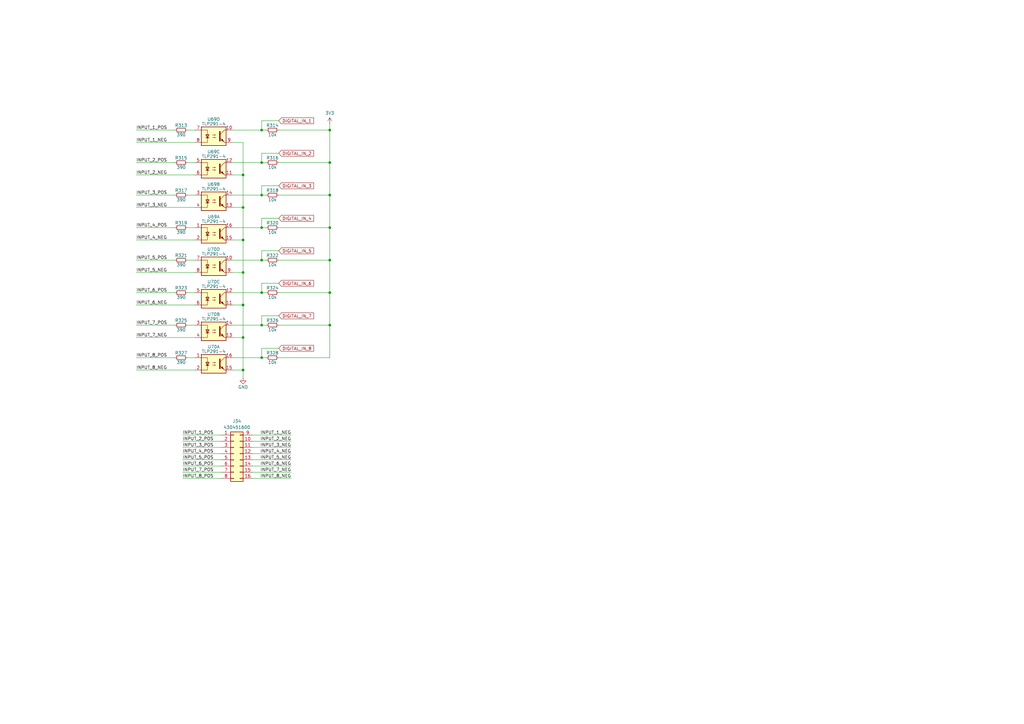
<source format=kicad_sch>
(kicad_sch (version 20231120) (generator "eeschema") (generator_version "8.0")
  (paper "A3")
  (lib_symbols
    (symbol "Connector_Generic:Conn_02x08_Odd_Even" (pin_names (offset 1.016) hide)
      (property "Reference" "J28" (at 1.27 13.335 0))
      (property "Value" "430451600" (at 1.27 10.795 0))
      (symbol "Conn_02x08_Odd_Even_1_1"
        (rectangle (start -1.27 -10.033) (end 0 -10.287) (stroke (width 0.1524)))
        (rectangle (start -1.27 -7.493) (end 0 -7.747) (stroke (width 0.1524)))
        (rectangle (start -1.27 -4.953) (end 0 -5.207) (stroke (width 0.1524)))
        (rectangle (start -1.27 -2.413) (end 0 -2.667) (stroke (width 0.1524)))
        (rectangle (start -1.27 0.127) (end 0 -0.127) (stroke (width 0.1524)))
        (rectangle (start -1.27 2.667) (end 0 2.413) (stroke (width 0.1524)))
        (rectangle (start -1.27 5.207) (end 0 4.953) (stroke (width 0.1524)))
        (rectangle (start -1.27 7.747) (end 0 7.493) (stroke (width 0.1524)))
        (rectangle (start -1.27 8.89) (end 3.81 -11.43) (stroke (width 0.254)) (fill (type background)))
        (rectangle (start 3.81 -10.033) (end 2.54 -10.287) (stroke (width 0.1524)))
        (rectangle (start 3.81 -7.493) (end 2.54 -7.747) (stroke (width 0.1524)))
        (rectangle (start 3.81 -4.953) (end 2.54 -5.207) (stroke (width 0.1524)))
        (rectangle (start 3.81 -2.413) (end 2.54 -2.667) (stroke (width 0.1524)))
        (rectangle (start 3.81 0.127) (end 2.54 -0.127) (stroke (width 0.1524)))
        (rectangle (start 3.81 2.667) (end 2.54 2.413) (stroke (width 0.1524)))
        (rectangle (start 3.81 5.207) (end 2.54 4.953) (stroke (width 0.1524)))
        (rectangle (start 3.81 7.747) (end 2.54 7.493) (stroke (width 0.1524)))
        (pin passive line (at -5.08 7.62 0) (length 3.81) (name "Pin_1") (number "1"))
        (pin passive line (at 7.62 5.08 180) (length 3.81) (name "Pin_10") (number "10"))
        (pin passive line (at 7.62 2.54 180) (length 3.81) (name "Pin_11") (number "11"))
        (pin passive line (at 7.62 0 180) (length 3.81) (name "Pin_12") (number "12"))
        (pin passive line (at 7.62 -2.54 180) (length 3.81) (name "Pin_13") (number "13"))
        (pin passive line (at 7.62 -5.08 180) (length 3.81) (name "Pin_14") (number "14"))
        (pin passive line (at 7.62 -7.62 180) (length 3.81) (name "Pin_15") (number "15"))
        (pin passive line (at 7.62 -10.16 180) (length 3.81) (name "Pin_16") (number "16"))
        (pin passive line (at -5.08 5.08 0) (length 3.81) (name "Pin_2") (number "2"))
        (pin passive line (at -5.08 2.54 0) (length 3.81) (name "Pin_3") (number "3"))
        (pin passive line (at -5.08 0 0) (length 3.81) (name "Pin_4") (number "4"))
        (pin passive line (at -5.08 -2.54 0) (length 3.81) (name "Pin_5") (number "5"))
        (pin passive line (at -5.08 -5.08 0) (length 3.81) (name "Pin_6") (number "6"))
        (pin passive line (at -5.08 -7.62 0) (length 3.81) (name "Pin_7") (number "7"))
        (pin passive line (at -5.08 -10.16 0) (length 3.81) (name "Pin_8") (number "8"))
        (pin passive line (at 7.62 7.62 180) (length 3.81) (name "Pin_9") (number "9"))
      )
    )
    (symbol "Device:R_Small" (pin_numbers hide) (pin_names (offset 0.254) hide)
      (property "Reference" "R" (at 0.762 0.508 0))
      (property "Value" "R_Small" (at 0.762 -1.016 0))
      (symbol "R_Small_0_1"
        (rectangle (start -0.762 1.778) (end 0.762 -1.778) (stroke (width 0.2032)))
      )
      (symbol "R_Small_1_1"
        (pin passive line (at 0 2.54 270) (length 0.762) (name "~") (number "1"))
        (pin passive line (at 0 -2.54 90) (length 0.762) (name "~") (number "2"))
      )
    )
    (symbol "Isolator:TLP291-4"
      (property "Reference" "U" (at -5.08 5.08 0))
      (property "Value" "TLP291-4" (at 0 5.08 0))
      (symbol "TLP291-4_0_1"
        (rectangle (start -5.08 3.81) (end 5.08 -3.81) (stroke (width 0.254)) (fill (type background)))
        (polyline (pts (xy -3.175 -0.635) (xy -1.905 -0.635)) (stroke (width 0.254)))
        (polyline (pts (xy 2.54 0.635) (xy 4.445 2.54)))
        (polyline (pts (xy 4.445 -2.54) (xy 2.54 -0.635)) (fill (type outline)))
        (polyline (pts (xy 4.445 -2.54) (xy 5.08 -2.54)))
        (polyline (pts (xy 4.445 2.54) (xy 5.08 2.54)))
        (polyline (pts (xy -5.08 2.54) (xy -2.54 2.54) (xy -2.54 0.635)))
        (polyline (pts (xy -2.54 0.635) (xy -2.54 -2.54) (xy -5.08 -2.54)))
        (polyline (pts (xy 2.54 1.905) (xy 2.54 -1.905) (xy 2.54 -1.905)) (stroke (width 0.508)))
        (polyline (pts (xy -2.54 -0.635) (xy -3.175 0.635) (xy -1.905 0.635) (xy -2.54 -0.635)) (stroke (width 0.254)))
        (polyline (pts (xy -0.508 -0.508) (xy 0.762 -0.508) (xy 0.381 -0.635) (xy 0.381 -0.381) (xy 0.762 -0.508)))
        (polyline (pts (xy -0.508 0.508) (xy 0.762 0.508) (xy 0.381 0.381) (xy 0.381 0.635) (xy 0.762 0.508)))
        (polyline (pts (xy 3.048 -1.651) (xy 3.556 -1.143) (xy 4.064 -2.159) (xy 3.048 -1.651) (xy 3.048 -1.651)) (fill (type outline)))
      )
      (symbol "TLP291-4_1_1"
        (pin passive line (at -7.62 2.54 0) (length 2.54) (name "~") (number "1"))
        (pin passive line (at 7.62 -2.54 180) (length 2.54) (name "~") (number "15"))
        (pin passive line (at 7.62 2.54 180) (length 2.54) (name "~") (number "16"))
        (pin passive line (at -7.62 -2.54 0) (length 2.54) (name "~") (number "2"))
      )
      (symbol "TLP291-4_2_1"
        (pin passive line (at 7.62 -2.54 180) (length 2.54) (name "~") (number "13"))
        (pin passive line (at 7.62 2.54 180) (length 2.54) (name "~") (number "14"))
        (pin passive line (at -7.62 2.54 0) (length 2.54) (name "~") (number "3"))
        (pin passive line (at -7.62 -2.54 0) (length 2.54) (name "~") (number "4"))
      )
      (symbol "TLP291-4_3_1"
        (pin passive line (at 7.62 -2.54 180) (length 2.54) (name "~") (number "11"))
        (pin passive line (at 7.62 2.54 180) (length 2.54) (name "~") (number "12"))
        (pin passive line (at -7.62 2.54 0) (length 2.54) (name "~") (number "5"))
        (pin passive line (at -7.62 -2.54 0) (length 2.54) (name "~") (number "6"))
      )
      (symbol "TLP291-4_4_1"
        (pin passive line (at 7.62 2.54 180) (length 2.54) (name "~") (number "10"))
        (pin passive line (at -7.62 2.54 0) (length 2.54) (name "~") (number "7"))
        (pin passive line (at -7.62 -2.54 0) (length 2.54) (name "~") (number "8"))
        (pin passive line (at 7.62 -2.54 180) (length 2.54) (name "~") (number "9"))
      )
    )
    (symbol "power:+5V" (power) (pin_numbers hide) (pin_names (offset 0) hide)
      (property "Value" "+5V" (at 0 3.556 0))
      (symbol "+5V_0_1"
        (polyline (pts (xy -0.762 1.27) (xy 0 2.54)))
        (polyline (pts (xy 0 0) (xy 0 2.54)))
        (polyline (pts (xy 0 2.54) (xy 0.762 1.27)))
      )
      (symbol "+5V_1_1"
        (pin power_in line (at 0 0 90) (length 0) (name "~") (number "1"))
      )
    )
    (symbol "power:GND" (power) (pin_names (offset 0))
      (property "Value" "GND" (at 0 -3.81 0))
      (symbol "GND_0_1"
        (polyline (pts (xy 0 0) (xy 0 -1.27) (xy 1.27 -1.27) (xy 0 -2.54) (xy -1.27 -1.27) (xy 0 -1.27)))
      )
      (symbol "GND_1_1"
        (pin power_in line (at 0 0 270) (length 0) hide (name "GND") (number "1"))
      )
    )
  )
  (junction (at 107.315 93.345))
  (junction (at 107.315 120.015))
  (junction (at 99.695 125.095))
  (junction (at 107.315 133.35))
  (junction (at 135.255 53.34))
  (junction (at 107.315 146.685))
  (junction (at 99.695 111.76))
  (junction (at 135.255 93.345))
  (junction (at 135.255 106.68))
  (junction (at 99.695 151.765))
  (junction (at 99.695 85.09))
  (junction (at 135.255 133.35))
  (junction (at 107.315 80.01))
  (junction (at 107.315 66.675))
  (junction (at 99.695 98.425))
  (junction (at 107.315 106.68))
  (junction (at 135.255 66.675))
  (junction (at 99.695 71.755))
  (junction (at 135.255 120.015))
  (junction (at 99.695 138.43))
  (junction (at 135.255 80.01))
  (junction (at 107.315 53.34))
  (wire (pts (xy 74.93 196.215) (xy 90.805 196.215)))
  (wire (pts (xy 55.88 53.34) (xy 71.755 53.34)))
  (wire (pts (xy 114.3 146.685) (xy 135.255 146.685)))
  (wire (pts (xy 74.93 183.515) (xy 90.805 183.515)))
  (wire (pts (xy 76.835 53.34) (xy 80.01 53.34)))
  (wire (pts (xy 114.3 80.01) (xy 135.255 80.01)))
  (wire (pts (xy 55.88 71.755) (xy 80.01 71.755)))
  (wire (pts (xy 107.315 93.345) (xy 107.315 89.535)))
  (wire (pts (xy 74.93 191.135) (xy 90.805 191.135)))
  (wire (pts (xy 107.315 120.015) (xy 107.315 116.205)))
  (wire (pts (xy 103.505 178.435) (xy 119.38 178.435)))
  (wire (pts (xy 95.25 93.345) (xy 107.315 93.345)))
  (wire (pts (xy 135.255 50.8) (xy 135.255 53.34)))
  (wire (pts (xy 99.695 71.755) (xy 99.695 85.09)))
  (wire (pts (xy 103.505 193.675) (xy 119.38 193.675)))
  (wire (pts (xy 135.255 133.35) (xy 135.255 146.685)))
  (wire (pts (xy 74.93 188.595) (xy 90.805 188.595)))
  (wire (pts (xy 103.505 186.055) (xy 119.38 186.055)))
  (wire (pts (xy 107.315 89.535) (xy 114.3 89.535)))
  (wire (pts (xy 114.3 106.68) (xy 135.255 106.68)))
  (wire (pts (xy 95.25 98.425) (xy 99.695 98.425)))
  (wire (pts (xy 95.25 71.755) (xy 99.695 71.755)))
  (wire (pts (xy 103.505 196.215) (xy 119.38 196.215)))
  (wire (pts (xy 76.835 80.01) (xy 80.01 80.01)))
  (wire (pts (xy 55.88 138.43) (xy 80.01 138.43)))
  (wire (pts (xy 95.25 53.34) (xy 107.315 53.34)))
  (wire (pts (xy 103.505 191.135) (xy 119.38 191.135)))
  (wire (pts (xy 114.3 53.34) (xy 135.255 53.34)))
  (wire (pts (xy 95.25 146.685) (xy 107.315 146.685)))
  (wire (pts (xy 107.315 116.205) (xy 114.3 116.205)))
  (wire (pts (xy 76.835 106.68) (xy 80.01 106.68)))
  (wire (pts (xy 114.3 120.015) (xy 135.255 120.015)))
  (wire (pts (xy 55.88 93.345) (xy 71.755 93.345)))
  (wire (pts (xy 107.315 106.68) (xy 107.315 102.87)))
  (wire (pts (xy 95.25 58.42) (xy 99.695 58.42)))
  (wire (pts (xy 107.315 142.875) (xy 114.3 142.875)))
  (wire (pts (xy 107.315 120.015) (xy 109.22 120.015)))
  (wire (pts (xy 55.88 80.01) (xy 71.755 80.01)))
  (wire (pts (xy 99.695 98.425) (xy 99.695 111.76)))
  (wire (pts (xy 55.88 98.425) (xy 80.01 98.425)))
  (wire (pts (xy 107.315 62.865) (xy 114.3 62.865)))
  (wire (pts (xy 55.88 111.76) (xy 80.01 111.76)))
  (wire (pts (xy 103.505 183.515) (xy 119.38 183.515)))
  (wire (pts (xy 107.315 133.35) (xy 109.22 133.35)))
  (wire (pts (xy 99.695 85.09) (xy 99.695 98.425)))
  (wire (pts (xy 107.315 53.34) (xy 109.22 53.34)))
  (wire (pts (xy 107.315 146.685) (xy 107.315 142.875)))
  (wire (pts (xy 107.315 49.53) (xy 114.3 49.53)))
  (wire (pts (xy 55.88 66.675) (xy 71.755 66.675)))
  (wire (pts (xy 55.88 120.015) (xy 71.755 120.015)))
  (wire (pts (xy 107.315 129.54) (xy 114.3 129.54)))
  (wire (pts (xy 55.88 146.685) (xy 71.755 146.685)))
  (wire (pts (xy 135.255 66.675) (xy 135.255 80.01)))
  (wire (pts (xy 135.255 93.345) (xy 135.255 106.68)))
  (wire (pts (xy 74.93 178.435) (xy 90.805 178.435)))
  (wire (pts (xy 99.695 125.095) (xy 99.695 138.43)))
  (wire (pts (xy 95.25 111.76) (xy 99.695 111.76)))
  (wire (pts (xy 55.88 58.42) (xy 80.01 58.42)))
  (wire (pts (xy 95.25 138.43) (xy 99.695 138.43)))
  (wire (pts (xy 95.25 85.09) (xy 99.695 85.09)))
  (wire (pts (xy 95.25 120.015) (xy 107.315 120.015)))
  (wire (pts (xy 107.315 146.685) (xy 109.22 146.685)))
  (wire (pts (xy 99.695 58.42) (xy 99.695 71.755)))
  (wire (pts (xy 55.88 125.095) (xy 80.01 125.095)))
  (wire (pts (xy 107.315 53.34) (xy 107.315 49.53)))
  (wire (pts (xy 76.835 93.345) (xy 80.01 93.345)))
  (wire (pts (xy 99.695 111.76) (xy 99.695 125.095)))
  (wire (pts (xy 114.3 66.675) (xy 135.255 66.675)))
  (wire (pts (xy 107.315 93.345) (xy 109.22 93.345)))
  (wire (pts (xy 95.25 151.765) (xy 99.695 151.765)))
  (wire (pts (xy 95.25 106.68) (xy 107.315 106.68)))
  (wire (pts (xy 76.835 120.015) (xy 80.01 120.015)))
  (wire (pts (xy 103.505 188.595) (xy 119.38 188.595)))
  (wire (pts (xy 76.835 133.35) (xy 80.01 133.35)))
  (wire (pts (xy 107.315 66.675) (xy 107.315 62.865)))
  (wire (pts (xy 107.315 80.01) (xy 109.22 80.01)))
  (wire (pts (xy 107.315 102.87) (xy 114.3 102.87)))
  (wire (pts (xy 114.3 93.345) (xy 135.255 93.345)))
  (wire (pts (xy 107.315 106.68) (xy 109.22 106.68)))
  (wire (pts (xy 107.315 76.2) (xy 114.3 76.2)))
  (wire (pts (xy 76.835 146.685) (xy 80.01 146.685)))
  (wire (pts (xy 135.255 53.34) (xy 135.255 66.675)))
  (wire (pts (xy 76.835 66.675) (xy 80.01 66.675)))
  (wire (pts (xy 135.255 80.01) (xy 135.255 93.345)))
  (wire (pts (xy 107.315 133.35) (xy 107.315 129.54)))
  (wire (pts (xy 135.255 106.68) (xy 135.255 120.015)))
  (wire (pts (xy 95.25 133.35) (xy 107.315 133.35)))
  (wire (pts (xy 55.88 85.09) (xy 80.01 85.09)))
  (wire (pts (xy 99.695 151.765) (xy 99.695 154.94)))
  (wire (pts (xy 55.88 106.68) (xy 71.755 106.68)))
  (wire (pts (xy 74.93 193.675) (xy 90.805 193.675)))
  (wire (pts (xy 107.315 66.675) (xy 109.22 66.675)))
  (wire (pts (xy 107.315 80.01) (xy 107.315 76.2)))
  (wire (pts (xy 55.88 133.35) (xy 71.755 133.35)))
  (wire (pts (xy 99.695 138.43) (xy 99.695 151.765)))
  (wire (pts (xy 74.93 186.055) (xy 90.805 186.055)))
  (wire (pts (xy 95.25 80.01) (xy 107.315 80.01)))
  (wire (pts (xy 114.3 133.35) (xy 135.255 133.35)))
  (wire (pts (xy 103.505 180.975) (xy 119.38 180.975)))
  (wire (pts (xy 74.93 180.975) (xy 90.805 180.975)))
  (wire (pts (xy 55.88 151.765) (xy 80.01 151.765)))
  (wire (pts (xy 95.25 66.675) (xy 107.315 66.675)))
  (wire (pts (xy 135.255 120.015) (xy 135.255 133.35)))
  (wire (pts (xy 95.25 125.095) (xy 99.695 125.095)))
  (label "INPUT_2_POS" (at 55.88 66.675 0))
  (label "INPUT_4_NEG" (at 55.88 98.425 0))
  (label "INPUT_6_POS" (at 74.93 191.135 0))
  (label "INPUT_3_POS" (at 74.93 183.515 0))
  (label "INPUT_2_NEG" (at 55.88 71.755 0))
  (label "INPUT_7_POS" (at 55.88 133.35 0))
  (label "INPUT_7_NEG" (at 55.88 138.43 0))
  (label "INPUT_4_POS" (at 74.93 186.055 0))
  (label "INPUT_5_POS" (at 55.88 106.68 0))
  (label "INPUT_7_POS" (at 74.93 193.675 0))
  (label "INPUT_6_NEG" (at 55.88 125.095 0))
  (label "INPUT_2_NEG" (at 119.38 180.975 180))
  (label "INPUT_7_NEG" (at 119.38 193.675 180))
  (label "INPUT_1_POS" (at 55.88 53.34 0))
  (label "INPUT_3_NEG" (at 55.88 85.09 0))
  (label "INPUT_1_NEG" (at 119.38 178.435 180))
  (label "INPUT_2_POS" (at 74.93 180.975 0))
  (label "INPUT_5_NEG" (at 55.88 111.76 0))
  (label "INPUT_3_NEG" (at 119.38 183.515 180))
  (label "INPUT_1_POS" (at 74.93 178.435 0))
  (label "INPUT_8_NEG" (at 119.38 196.215 180))
  (label "INPUT_5_POS" (at 74.93 188.595 0))
  (label "INPUT_6_NEG" (at 119.38 191.135 180))
  (label "INPUT_4_NEG" (at 119.38 186.055 180))
  (label "INPUT_8_POS" (at 74.93 196.215 0))
  (label "INPUT_5_NEG" (at 119.38 188.595 180))
  (label "INPUT_3_POS" (at 55.88 80.01 0))
  (label "INPUT_6_POS" (at 55.88 120.015 0))
  (label "INPUT_8_NEG" (at 55.88 151.765 0))
  (label "INPUT_8_POS" (at 55.88 146.685 0))
  (label "INPUT_4_POS" (at 55.88 93.345 0))
  (label "INPUT_1_NEG" (at 55.88 58.42 0))
  (global_label "DIGITAL_IN_6" (shape input) (at 114.3 116.205 0) (property "Intersheetrefs" "${INTERSHEET_REFS}" (at 129.1991 116.205 0) (effects (justify left))))
  (global_label "DIGITAL_IN_5" (shape input) (at 114.3 102.87 0) (property "Intersheetrefs" "${INTERSHEET_REFS}" (at 129.1991 102.87 0) (effects (justify left))))
  (global_label "DIGITAL_IN_1" (shape input) (at 114.3 49.53 0) (property "Intersheetrefs" "${INTERSHEET_REFS}" (at 129.1991 49.53 0) (effects (justify left))))
  (global_label "DIGITAL_IN_8" (shape input) (at 114.3 142.875 0) (property "Intersheetrefs" "${INTERSHEET_REFS}" (at 129.1991 142.875 0) (effects (justify left))))
  (global_label "DIGITAL_IN_3" (shape input) (at 114.3 76.2 0) (property "Intersheetrefs" "${INTERSHEET_REFS}" (at 129.1991 76.2 0) (effects (justify left))))
  (global_label "DIGITAL_IN_7" (shape input) (at 114.3 129.54 0) (property "Intersheetrefs" "${INTERSHEET_REFS}" (at 129.1991 129.54 0) (effects (justify left))))
  (global_label "DIGITAL_IN_2" (shape input) (at 114.3 62.865 0) (property "Intersheetrefs" "${INTERSHEET_REFS}" (at 129.1991 62.865 0) (effects (justify left))))
  (global_label "DIGITAL_IN_4" (shape input) (at 114.3 89.535 0) (property "Intersheetrefs" "${INTERSHEET_REFS}" (at 129.1991 89.535 0) (effects (justify left))))
  (symbol (lib_id "Device:R_Small") (at 111.76 80.01 90) (unit 1)
    (property "Reference" "R318" (at 111.76 78.105 90))
    (property "Value" "10k" (at 111.76 81.915 90))
    (property "Footprint" "Resistor_SMD:R_0603_1608Metric" (effects (hide yes)))
    (property "Description" "Resistor, small symbol" (effects (hide yes)))
    (property "Мин. кол-во" "1000" (effects (hide yes)))
    (property "Ссылка" "https://www.promelec.ru/product/344748/" (effects (hide yes)))
    (property "Цена" "1" (effects (hide yes)))
    (property "Человекопонятное название" "Толстопленочный ЧИП-резистор 0603 10кОм" (effects (hide yes)))
  )
  (symbol (lib_id "Isolator:TLP291-4") (at 87.63 55.88 0) (unit 4)
    (property "Reference" "U69" (at 87.63 48.895 0))
    (property "Value" "TLP291-4" (at 87.63 50.8 0))
    (property "Footprint" "Package_SO:SOIC-16_4.55x10.3mm_P1.27mm" (effects (hide yes)))
    (property "Datasheet" "https://toshiba.semicon-storage.com/info/docget.jsp?did=12858&prodName=TLP291-4" (effects (hide yes)))
    (property "Description" "Quad DC Optocoupler, Vce 80V, CTR 50-100%, SOP16" (effects (hide yes)))
    (property "Мин. кол-во" "7" (effects (hide yes)))
    (property "Ссылка" "https://www.promelec.ru/product/247137/" (effects (hide yes)))
    (property "Цена" "76" (effects (hide yes)))
    (property "Человекопонятное название" "Оптопара с транзисторным выходом 4-х канальная" (effects (hide yes)))
  )
  (symbol (lib_id "Device:R_Small") (at 74.295 106.68 90) (unit 1)
    (property "Reference" "R321" (at 74.295 104.775 90))
    (property "Value" "390" (at 74.295 108.585 90))
    (property "Footprint" "Resistor_SMD:R_0603_1608Metric" (effects (hide yes)))
    (property "Description" "Resistor, small symbol" (effects (hide yes)))
    (property "Мин. кол-во" "100" (effects (hide yes)))
    (property "Ссылка" "https://www.promelec.ru/product/15311/" (effects (hide yes)))
    (property "Цена" "1" (effects (hide yes)))
    (property "Человекопонятное название" "Толстопленочный ЧИП-резистор 0603 390Ом" (effects (hide yes)))
  )
  (symbol (lib_id "Connector_Generic:Conn_02x08_Odd_Even") (at 95.885 186.055 0) (unit 1)
    (property "Reference" "J34" (at 97.155 172.72 0))
    (property "Value" "430451600" (at 97.155 175.26 0))
    (property "Footprint" "user_lib:430451600" (effects (hide yes)))
    (property "Description" "Generic connector, double row, 02x08, odd/even pin numbering scheme (row 1 odd numbers, row 2 even numbers), script generated (kicad-library-utils/schlib/autogen/connector/)" (effects (hide yes)))
    (property "Мин. кол-во" "3" (effects (hide yes)))
    (property "Ссылка" "https://www.promelec.ru/product/362588/" (effects (hide yes)))
    (property "Цена" "197" (effects (hide yes)))
    (property "Человекопонятное название" "Прямоугольный разъем, Серия Micro-Fit 3.0 43045, 16 контакт(-ов)" (effects (hide yes)))
  )
  (symbol (lib_id "Device:R_Small") (at 74.295 146.685 90) (unit 1)
    (property "Reference" "R327" (at 74.295 144.78 90))
    (property "Value" "390" (at 74.295 148.59 90))
    (property "Footprint" "Resistor_SMD:R_0603_1608Metric" (effects (hide yes)))
    (property "Description" "Resistor, small symbol" (effects (hide yes)))
    (property "Мин. кол-во" "100" (effects (hide yes)))
    (property "Ссылка" "https://www.promelec.ru/product/15311/" (effects (hide yes)))
    (property "Цена" "1" (effects (hide yes)))
    (property "Человекопонятное название" "Толстопленочный ЧИП-резистор 0603 390Ом" (effects (hide yes)))
  )
  (symbol (lib_id "Device:R_Small") (at 111.76 66.675 90) (unit 1)
    (property "Reference" "R316" (at 111.76 64.77 90))
    (property "Value" "10k" (at 111.76 68.58 90))
    (property "Footprint" "Resistor_SMD:R_0603_1608Metric" (effects (hide yes)))
    (property "Description" "Resistor, small symbol" (effects (hide yes)))
    (property "Мин. кол-во" "1000" (effects (hide yes)))
    (property "Ссылка" "https://www.promelec.ru/product/344748/" (effects (hide yes)))
    (property "Цена" "1" (effects (hide yes)))
    (property "Человекопонятное название" "Толстопленочный ЧИП-резистор 0603 10кОм" (effects (hide yes)))
  )
  (symbol (lib_id "Isolator:TLP291-4") (at 87.63 95.885 0) (unit 1)
    (property "Reference" "U69" (at 87.63 88.9 0))
    (property "Value" "TLP291-4" (at 87.63 90.805 0))
    (property "Footprint" "Package_SO:SOIC-16_4.55x10.3mm_P1.27mm" (effects (hide yes)))
    (property "Datasheet" "https://toshiba.semicon-storage.com/info/docget.jsp?did=12858&prodName=TLP291-4" (effects (hide yes)))
    (property "Description" "Quad DC Optocoupler, Vce 80V, CTR 50-100%, SOP16" (effects (hide yes)))
    (property "Мин. кол-во" "7" (effects (hide yes)))
    (property "Ссылка" "https://www.promelec.ru/product/247137/" (effects (hide yes)))
    (property "Цена" "76" (effects (hide yes)))
    (property "Человекопонятное название" "Оптопара с транзисторным выходом 4-х канальная" (effects (hide yes)))
  )
  (symbol (lib_id "Isolator:TLP291-4") (at 87.63 135.89 0) (unit 2)
    (property "Reference" "U70" (at 87.63 128.905 0))
    (property "Value" "TLP291-4" (at 87.63 130.81 0))
    (property "Footprint" "Package_SO:SOIC-16_4.55x10.3mm_P1.27mm" (effects (hide yes)))
    (property "Datasheet" "https://toshiba.semicon-storage.com/info/docget.jsp?did=12858&prodName=TLP291-4" (effects (hide yes)))
    (property "Description" "Quad DC Optocoupler, Vce 80V, CTR 50-100%, SOP16" (effects (hide yes)))
    (property "Мин. кол-во" "7" (effects (hide yes)))
    (property "Ссылка" "https://www.promelec.ru/product/247137/" (effects (hide yes)))
    (property "Цена" "76" (effects (hide yes)))
    (property "Человекопонятное название" "Оптопара с транзисторным выходом 4-х канальная" (effects (hide yes)))
  )
  (symbol (lib_id "Isolator:TLP291-4") (at 87.63 69.215 0) (unit 3)
    (property "Reference" "U69" (at 87.63 62.23 0))
    (property "Value" "TLP291-4" (at 87.63 64.135 0))
    (property "Footprint" "Package_SO:SOIC-16_4.55x10.3mm_P1.27mm" (effects (hide yes)))
    (property "Datasheet" "https://toshiba.semicon-storage.com/info/docget.jsp?did=12858&prodName=TLP291-4" (effects (hide yes)))
    (property "Description" "Quad DC Optocoupler, Vce 80V, CTR 50-100%, SOP16" (effects (hide yes)))
    (property "Мин. кол-во" "7" (effects (hide yes)))
    (property "Ссылка" "https://www.promelec.ru/product/247137/" (effects (hide yes)))
    (property "Цена" "76" (effects (hide yes)))
    (property "Человекопонятное название" "Оптопара с транзисторным выходом 4-х канальная" (effects (hide yes)))
  )
  (symbol (lib_id "Device:R_Small") (at 111.76 146.685 90) (unit 1)
    (property "Reference" "R328" (at 111.76 144.78 90))
    (property "Value" "10k" (at 111.76 148.59 90))
    (property "Footprint" "Resistor_SMD:R_0603_1608Metric" (effects (hide yes)))
    (property "Description" "Resistor, small symbol" (effects (hide yes)))
    (property "Мин. кол-во" "1000" (effects (hide yes)))
    (property "Ссылка" "https://www.promelec.ru/product/344748/" (effects (hide yes)))
    (property "Цена" "1" (effects (hide yes)))
    (property "Человекопонятное название" "Толстопленочный ЧИП-резистор 0603 10кОм" (effects (hide yes)))
  )
  (symbol (lib_id "Device:R_Small") (at 111.76 106.68 90) (unit 1)
    (property "Reference" "R322" (at 111.76 104.775 90))
    (property "Value" "10k" (at 111.76 108.585 90))
    (property "Footprint" "Resistor_SMD:R_0603_1608Metric" (effects (hide yes)))
    (property "Description" "Resistor, small symbol" (effects (hide yes)))
    (property "Мин. кол-во" "1000" (effects (hide yes)))
    (property "Ссылка" "https://www.promelec.ru/product/344748/" (effects (hide yes)))
    (property "Цена" "1" (effects (hide yes)))
    (property "Человекопонятное название" "Толстопленочный ЧИП-резистор 0603 10кОм" (effects (hide yes)))
  )
  (symbol (lib_id "Device:R_Small") (at 74.295 80.01 90) (unit 1)
    (property "Reference" "R317" (at 74.295 78.105 90))
    (property "Value" "390" (at 74.295 81.915 90))
    (property "Footprint" "Resistor_SMD:R_0603_1608Metric" (effects (hide yes)))
    (property "Description" "Resistor, small symbol" (effects (hide yes)))
    (property "Мин. кол-во" "100" (effects (hide yes)))
    (property "Ссылка" "https://www.promelec.ru/product/15311/" (effects (hide yes)))
    (property "Цена" "1" (effects (hide yes)))
    (property "Человекопонятное название" "Толстопленочный ЧИП-резистор 0603 390Ом" (effects (hide yes)))
  )
  (symbol (lib_id "Isolator:TLP291-4") (at 87.63 109.22 0) (unit 4)
    (property "Reference" "U70" (at 87.63 102.235 0))
    (property "Value" "TLP291-4" (at 87.63 104.14 0))
    (property "Footprint" "Package_SO:SOIC-16_4.55x10.3mm_P1.27mm" (effects (hide yes)))
    (property "Datasheet" "https://toshiba.semicon-storage.com/info/docget.jsp?did=12858&prodName=TLP291-4" (effects (hide yes)))
    (property "Description" "Quad DC Optocoupler, Vce 80V, CTR 50-100%, SOP16" (effects (hide yes)))
    (property "Мин. кол-во" "7" (effects (hide yes)))
    (property "Ссылка" "https://www.promelec.ru/product/247137/" (effects (hide yes)))
    (property "Цена" "76" (effects (hide yes)))
    (property "Человекопонятное название" "Оптопара с транзисторным выходом 4-х канальная" (effects (hide yes)))
  )
  (symbol (lib_id "Device:R_Small") (at 74.295 93.345 90) (unit 1)
    (property "Reference" "R319" (at 74.295 91.44 90))
    (property "Value" "390" (at 74.295 95.25 90))
    (property "Footprint" "Resistor_SMD:R_0603_1608Metric" (effects (hide yes)))
    (property "Description" "Resistor, small symbol" (effects (hide yes)))
    (property "Мин. кол-во" "100" (effects (hide yes)))
    (property "Ссылка" "https://www.promelec.ru/product/15311/" (effects (hide yes)))
    (property "Цена" "1" (effects (hide yes)))
    (property "Человекопонятное название" "Толстопленочный ЧИП-резистор 0603 390Ом" (effects (hide yes)))
  )
  (symbol (lib_id "Isolator:TLP291-4") (at 87.63 149.225 0) (unit 1)
    (property "Reference" "U70" (at 87.63 142.24 0))
    (property "Value" "TLP291-4" (at 87.63 144.145 0))
    (property "Footprint" "Package_SO:SOIC-16_4.55x10.3mm_P1.27mm" (effects (hide yes)))
    (property "Datasheet" "https://toshiba.semicon-storage.com/info/docget.jsp?did=12858&prodName=TLP291-4" (effects (hide yes)))
    (property "Description" "Quad DC Optocoupler, Vce 80V, CTR 50-100%, SOP16" (effects (hide yes)))
    (property "Мин. кол-во" "7" (effects (hide yes)))
    (property "Ссылка" "https://www.promelec.ru/product/247137/" (effects (hide yes)))
    (property "Цена" "76" (effects (hide yes)))
    (property "Человекопонятное название" "Оптопара с транзисторным выходом 4-х канальная" (effects (hide yes)))
  )
  (symbol (lib_id "Device:R_Small") (at 111.76 133.35 90) (unit 1)
    (property "Reference" "R326" (at 111.76 131.445 90))
    (property "Value" "10k" (at 111.76 135.255 90))
    (property "Footprint" "Resistor_SMD:R_0603_1608Metric" (effects (hide yes)))
    (property "Description" "Resistor, small symbol" (effects (hide yes)))
    (property "Мин. кол-во" "1000" (effects (hide yes)))
    (property "Ссылка" "https://www.promelec.ru/product/344748/" (effects (hide yes)))
    (property "Цена" "1" (effects (hide yes)))
    (property "Человекопонятное название" "Толстопленочный ЧИП-резистор 0603 10кОм" (effects (hide yes)))
  )
  (symbol (lib_id "Device:R_Small") (at 111.76 53.34 90) (unit 1)
    (property "Reference" "R314" (at 111.76 51.435 90))
    (property "Value" "10k" (at 111.76 55.245 90))
    (property "Footprint" "Resistor_SMD:R_0603_1608Metric" (effects (hide yes)))
    (property "Description" "Resistor, small symbol" (effects (hide yes)))
    (property "Мин. кол-во" "1000" (effects (hide yes)))
    (property "Ссылка" "https://www.promelec.ru/product/344748/" (effects (hide yes)))
    (property "Цена" "1" (effects (hide yes)))
    (property "Человекопонятное название" "Толстопленочный ЧИП-резистор 0603 10кОм" (effects (hide yes)))
  )
  (symbol (lib_id "Device:R_Small") (at 74.295 53.34 90) (unit 1)
    (property "Reference" "R313" (at 74.295 51.435 90))
    (property "Value" "390" (at 74.295 55.245 90))
    (property "Footprint" "Resistor_SMD:R_0603_1608Metric" (effects (hide yes)))
    (property "Description" "Resistor, small symbol" (effects (hide yes)))
    (property "Мин. кол-во" "100" (effects (hide yes)))
    (property "Ссылка" "https://www.promelec.ru/product/15311/" (effects (hide yes)))
    (property "Цена" "1" (effects (hide yes)))
    (property "Человекопонятное название" "Толстопленочный ЧИП-резистор 0603 390Ом" (effects (hide yes)))
  )
  (symbol (lib_id "Isolator:TLP291-4") (at 87.63 122.555 0) (unit 3)
    (property "Reference" "U70" (at 87.63 115.57 0))
    (property "Value" "TLP291-4" (at 87.63 117.475 0))
    (property "Footprint" "Package_SO:SOIC-16_4.55x10.3mm_P1.27mm" (effects (hide yes)))
    (property "Datasheet" "https://toshiba.semicon-storage.com/info/docget.jsp?did=12858&prodName=TLP291-4" (effects (hide yes)))
    (property "Description" "Quad DC Optocoupler, Vce 80V, CTR 50-100%, SOP16" (effects (hide yes)))
    (property "Мин. кол-во" "7" (effects (hide yes)))
    (property "Ссылка" "https://www.promelec.ru/product/247137/" (effects (hide yes)))
    (property "Цена" "76" (effects (hide yes)))
    (property "Человекопонятное название" "Оптопара с транзисторным выходом 4-х канальная" (effects (hide yes)))
  )
  (symbol (lib_id "Isolator:TLP291-4") (at 87.63 82.55 0) (unit 2)
    (property "Reference" "U69" (at 87.63 75.565 0))
    (property "Value" "TLP291-4" (at 87.63 77.47 0))
    (property "Footprint" "Package_SO:SOIC-16_4.55x10.3mm_P1.27mm" (effects (hide yes)))
    (property "Datasheet" "https://toshiba.semicon-storage.com/info/docget.jsp?did=12858&prodName=TLP291-4" (effects (hide yes)))
    (property "Description" "Quad DC Optocoupler, Vce 80V, CTR 50-100%, SOP16" (effects (hide yes)))
    (property "Мин. кол-во" "7" (effects (hide yes)))
    (property "Ссылка" "https://www.promelec.ru/product/247137/" (effects (hide yes)))
    (property "Цена" "76" (effects (hide yes)))
    (property "Человекопонятное название" "Оптопара с транзисторным выходом 4-х канальная" (effects (hide yes)))
  )
  (symbol (lib_id "Device:R_Small") (at 74.295 66.675 90) (unit 1)
    (property "Reference" "R315" (at 74.295 64.77 90))
    (property "Value" "390" (at 74.295 68.58 90))
    (property "Footprint" "Resistor_SMD:R_0603_1608Metric" (effects (hide yes)))
    (property "Description" "Resistor, small symbol" (effects (hide yes)))
    (property "Мин. кол-во" "100" (effects (hide yes)))
    (property "Ссылка" "https://www.promelec.ru/product/15311/" (effects (hide yes)))
    (property "Цена" "1" (effects (hide yes)))
    (property "Человекопонятное название" "Толстопленочный ЧИП-резистор 0603 390Ом" (effects (hide yes)))
  )
  (symbol (lib_id "Device:R_Small") (at 74.295 133.35 90) (unit 1)
    (property "Reference" "R325" (at 74.295 131.445 90))
    (property "Value" "390" (at 74.295 135.255 90))
    (property "Footprint" "Resistor_SMD:R_0603_1608Metric" (effects (hide yes)))
    (property "Description" "Resistor, small symbol" (effects (hide yes)))
    (property "Мин. кол-во" "100" (effects (hide yes)))
    (property "Ссылка" "https://www.promelec.ru/product/15311/" (effects (hide yes)))
    (property "Цена" "1" (effects (hide yes)))
    (property "Человекопонятное название" "Толстопленочный ЧИП-резистор 0603 390Ом" (effects (hide yes)))
  )
  (symbol (lib_id "Device:R_Small") (at 74.295 120.015 90) (unit 1)
    (property "Reference" "R323" (at 74.295 118.11 90))
    (property "Value" "390" (at 74.295 121.92 90))
    (property "Footprint" "Resistor_SMD:R_0603_1608Metric" (effects (hide yes)))
    (property "Description" "Resistor, small symbol" (effects (hide yes)))
    (property "Мин. кол-во" "100" (effects (hide yes)))
    (property "Ссылка" "https://www.promelec.ru/product/15311/" (effects (hide yes)))
    (property "Цена" "1" (effects (hide yes)))
    (property "Человекопонятное название" "Толстопленочный ЧИП-резистор 0603 390Ом" (effects (hide yes)))
  )
  (symbol (lib_id "Device:R_Small") (at 111.76 120.015 90) (unit 1)
    (property "Reference" "R324" (at 111.76 118.11 90))
    (property "Value" "10k" (at 111.76 121.92 90))
    (property "Footprint" "Resistor_SMD:R_0603_1608Metric" (effects (hide yes)))
    (property "Description" "Resistor, small symbol" (effects (hide yes)))
    (property "Мин. кол-во" "1000" (effects (hide yes)))
    (property "Ссылка" "https://www.promelec.ru/product/344748/" (effects (hide yes)))
    (property "Цена" "1" (effects (hide yes)))
    (property "Человекопонятное название" "Толстопленочный ЧИП-резистор 0603 10кОм" (effects (hide yes)))
  )
  (symbol (lib_id "power:GND") (at 99.695 154.94 0) (unit 1)
    (property "Reference" "#PWR0280" (effects (hide yes)))
    (property "Value" "GND" (at 99.695 158.75 0))
  )
  (symbol (lib_id "Device:R_Small") (at 111.76 93.345 90) (unit 1)
    (property "Reference" "R320" (at 111.76 91.44 90))
    (property "Value" "10k" (at 111.76 95.25 90))
    (property "Footprint" "Resistor_SMD:R_0603_1608Metric" (effects (hide yes)))
    (property "Description" "Resistor, small symbol" (effects (hide yes)))
    (property "Мин. кол-во" "1000" (effects (hide yes)))
    (property "Ссылка" "https://www.promelec.ru/product/344748/" (effects (hide yes)))
    (property "Цена" "1" (effects (hide yes)))
    (property "Человекопонятное название" "Толстопленочный ЧИП-резистор 0603 10кОм" (effects (hide yes)))
  )
  (symbol (lib_id "power:+5V") (at 135.255 50.8 0) (unit 1)
    (property "Reference" "#PWR0279" (effects (hide yes)))
    (property "Value" "3V3" (at 135.255 46.355 0))
    (property "Description" "Power symbol creates a global label with name \"+5V\"" (effects (hide yes)))
  )
)
</source>
